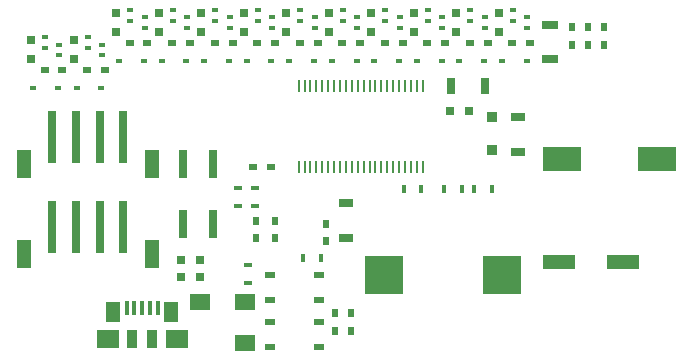
<source format=gtp>
G04 #@! TF.FileFunction,Paste,Top*
%FSLAX46Y46*%
G04 Gerber Fmt 4.6, Leading zero omitted, Abs format (unit mm)*
G04 Created by KiCad (PCBNEW 4.0.7) date 05/06/18 00:27:53*
%MOMM*%
%LPD*%
G01*
G04 APERTURE LIST*
%ADD10C,0.100000*%
%ADD11R,0.640000X0.600000*%
%ADD12R,0.600000X0.640000*%
%ADD13R,1.280000X0.800000*%
%ADD14R,3.200000X2.000000*%
%ADD15R,0.640000X0.640000*%
%ADD16R,0.480000X0.360000*%
%ADD17R,0.880000X0.880000*%
%ADD18R,0.360000X1.104000*%
%ADD19R,1.180000X1.680000*%
%ADD20R,1.900000X1.520000*%
%ADD21R,0.940000X1.520000*%
%ADD22R,0.720000X1.360000*%
%ADD23R,1.360000X0.720000*%
%ADD24R,1.680000X1.360000*%
%ADD25R,0.400000X0.720000*%
%ADD26R,0.720000X0.400000*%
%ADD27R,0.840000X0.520000*%
%ADD28R,3.200000X3.200000*%
%ADD29R,0.200000X1.000000*%
%ADD30R,0.800000X4.400000*%
%ADD31R,1.280000X2.400000*%
%ADD32R,0.480000X0.320000*%
%ADD33R,0.360000X1.200000*%
%ADD34R,2.800000X1.280000*%
%ADD35R,0.800000X2.400000*%
G04 APERTURE END LIST*
D10*
D11*
X160500000Y-68950000D03*
X162000000Y-68950000D03*
D12*
X160750000Y-73450000D03*
X160750000Y-74950000D03*
X162350000Y-73450000D03*
X162350000Y-74950000D03*
D11*
X182450000Y-58400000D03*
X183950000Y-58400000D03*
X178850000Y-58400000D03*
X180350000Y-58400000D03*
X175250000Y-58400000D03*
X176750000Y-58400000D03*
X171650000Y-58400000D03*
X173150000Y-58400000D03*
X168050000Y-58400000D03*
X169550000Y-58400000D03*
X164450000Y-58400000D03*
X165950000Y-58400000D03*
X160850000Y-58400000D03*
X162350000Y-58400000D03*
X157250000Y-58400000D03*
X158750000Y-58400000D03*
X153650000Y-58400000D03*
X155150000Y-58400000D03*
X150050000Y-58400000D03*
X151550000Y-58400000D03*
X146450000Y-60700000D03*
X147950000Y-60700000D03*
X142850000Y-60700000D03*
X144350000Y-60700000D03*
D13*
X182950000Y-64650000D03*
X182950000Y-67650000D03*
D12*
X187500000Y-57050000D03*
X187500000Y-58550000D03*
X190200000Y-58550000D03*
X190200000Y-57050000D03*
X188850000Y-58550000D03*
X188850000Y-57050000D03*
D13*
X168350000Y-71950000D03*
X168350000Y-74950000D03*
D12*
X167450000Y-82800000D03*
X167450000Y-81300000D03*
D14*
X186650000Y-68250000D03*
X194650000Y-68250000D03*
D12*
X168800000Y-81300000D03*
X168800000Y-82800000D03*
D15*
X154400000Y-78200000D03*
X156000000Y-78200000D03*
X177200000Y-64200000D03*
X178800000Y-64200000D03*
D16*
X183650000Y-59900000D03*
X181550000Y-59900000D03*
D15*
X181300000Y-55900000D03*
X181300000Y-57500000D03*
D16*
X180050000Y-59900000D03*
X177950000Y-59900000D03*
D15*
X177700000Y-55900000D03*
X177700000Y-57500000D03*
D16*
X176450000Y-59900000D03*
X174350000Y-59900000D03*
D15*
X174100000Y-55900000D03*
X174100000Y-57500000D03*
D16*
X172850000Y-59900000D03*
X170750000Y-59900000D03*
D15*
X170500000Y-55900000D03*
X170500000Y-57500000D03*
D16*
X169250000Y-59900000D03*
X167150000Y-59900000D03*
D15*
X166900000Y-55900000D03*
X166900000Y-57500000D03*
D16*
X165650000Y-59900000D03*
X163550000Y-59900000D03*
D15*
X163300000Y-55900000D03*
X163300000Y-57500000D03*
D16*
X162050000Y-59900000D03*
X159950000Y-59900000D03*
D15*
X159700000Y-55900000D03*
X159700000Y-57500000D03*
D16*
X158450000Y-59900000D03*
X156350000Y-59900000D03*
D15*
X156100000Y-55900000D03*
X156100000Y-57500000D03*
D16*
X154850000Y-59900000D03*
X152750000Y-59900000D03*
D15*
X152500000Y-55900000D03*
X152500000Y-57500000D03*
D16*
X151250000Y-59900000D03*
X149150000Y-59900000D03*
D15*
X148900000Y-55900000D03*
X148900000Y-57500000D03*
D16*
X147650000Y-62200000D03*
X145550000Y-62200000D03*
D15*
X145300000Y-58200000D03*
X145300000Y-59800000D03*
D16*
X144000000Y-62200000D03*
X141900000Y-62200000D03*
D15*
X141700000Y-58200000D03*
X141700000Y-59800000D03*
D17*
X180700000Y-64700000D03*
X180700000Y-67500000D03*
D18*
X149800000Y-80840000D03*
X150450000Y-80840000D03*
X151100000Y-80840000D03*
X151750000Y-80840000D03*
X152400000Y-80840000D03*
D19*
X148637500Y-81200000D03*
X153562500Y-81200000D03*
D20*
X148190000Y-83500000D03*
X154010000Y-83500000D03*
D21*
X150260000Y-83500000D03*
X151940000Y-83500000D03*
D22*
X180150000Y-62100000D03*
X177250000Y-62100000D03*
D23*
X185600000Y-59800000D03*
X185600000Y-56900000D03*
D24*
X159800000Y-80350000D03*
X156000000Y-80350000D03*
X159800000Y-83850000D03*
D25*
X166250000Y-76600000D03*
X164750000Y-76600000D03*
D26*
X160650000Y-72200000D03*
X160650000Y-70700000D03*
X159250000Y-72200000D03*
X159250000Y-70700000D03*
X160050000Y-78700000D03*
X160050000Y-77200000D03*
D25*
X178150000Y-70750000D03*
X176650000Y-70750000D03*
X174750000Y-70750000D03*
X173250000Y-70750000D03*
X180700000Y-70750000D03*
X179200000Y-70750000D03*
D27*
X166075000Y-84150000D03*
X161925000Y-84150000D03*
X166075000Y-82000000D03*
X161925000Y-82000000D03*
X161925000Y-78025000D03*
X166075000Y-78025000D03*
X161925000Y-80175000D03*
X166075000Y-80175000D03*
D28*
X181600000Y-78100000D03*
X171600000Y-78100000D03*
D15*
X154400000Y-76800000D03*
X156000000Y-76800000D03*
D29*
X174850000Y-68900000D03*
X174350000Y-68900000D03*
X173850000Y-68900000D03*
X173350000Y-68900000D03*
X172350000Y-68900000D03*
X171350000Y-68900000D03*
X172850000Y-68900000D03*
X171850000Y-68900000D03*
X169850000Y-68900000D03*
X168850000Y-68900000D03*
X167850000Y-68900000D03*
X167350000Y-68900000D03*
X170350000Y-68900000D03*
X169350000Y-68900000D03*
X170850000Y-68900000D03*
X168350000Y-68900000D03*
X165850000Y-68900000D03*
X164850000Y-68900000D03*
X166350000Y-68900000D03*
X165350000Y-68900000D03*
X166850000Y-68900000D03*
X164350000Y-68900000D03*
X174850000Y-62100000D03*
X174350000Y-62100000D03*
X173850000Y-62100000D03*
X173350000Y-62100000D03*
X172850000Y-62100000D03*
X172350000Y-62100000D03*
X171350000Y-62100000D03*
X170850000Y-62100000D03*
X171850000Y-62100000D03*
X170350000Y-62100000D03*
X169850000Y-62100000D03*
X168850000Y-62100000D03*
X169350000Y-62100000D03*
X168350000Y-62100000D03*
X167850000Y-62100000D03*
X166850000Y-62100000D03*
X167350000Y-62100000D03*
X166350000Y-62100000D03*
X165850000Y-62100000D03*
X164850000Y-62100000D03*
X165350000Y-62100000D03*
X164350000Y-62100000D03*
D30*
X149500000Y-66375000D03*
X147500000Y-66375000D03*
X145500000Y-66375000D03*
X143500000Y-66375000D03*
D31*
X151900000Y-68625000D03*
X141100000Y-68625000D03*
D30*
X149500000Y-74000000D03*
X147500000Y-74000000D03*
X145500000Y-74000000D03*
X143500000Y-74000000D03*
D31*
X151900000Y-76250000D03*
X141100000Y-76250000D03*
D32*
X183700000Y-56250000D03*
X183700000Y-57150000D03*
X182500000Y-55650000D03*
X182500000Y-56550000D03*
X180100000Y-56250000D03*
X180100000Y-57150000D03*
X178900000Y-55650000D03*
X178900000Y-56550000D03*
X176500000Y-56250000D03*
X176500000Y-57150000D03*
X175300000Y-55650000D03*
X175300000Y-56550000D03*
X172900000Y-56250000D03*
X172900000Y-57150000D03*
X171700000Y-55650000D03*
X171700000Y-56550000D03*
X169300000Y-56250000D03*
X169300000Y-57150000D03*
X168100000Y-55650000D03*
X168100000Y-56550000D03*
X165700000Y-56250000D03*
X165700000Y-57150000D03*
X164500000Y-55650000D03*
X164500000Y-56550000D03*
X162100000Y-56250000D03*
X162100000Y-57150000D03*
X160900000Y-55650000D03*
X160900000Y-56550000D03*
X158500000Y-56250000D03*
X158500000Y-57150000D03*
X157300000Y-55650000D03*
X157300000Y-56550000D03*
X154900000Y-56250000D03*
X154900000Y-57150000D03*
X153700000Y-55650000D03*
X153700000Y-56550000D03*
X151300000Y-56250000D03*
X151300000Y-57150000D03*
X150100000Y-55650000D03*
X150100000Y-56550000D03*
X147700000Y-58550000D03*
X147700000Y-59450000D03*
X146500000Y-57950000D03*
X146500000Y-58850000D03*
X144100000Y-58550000D03*
X144100000Y-59450000D03*
X142900000Y-57950000D03*
X142900000Y-58850000D03*
D33*
X151100000Y-80850000D03*
X151750000Y-80850000D03*
X150450000Y-80850000D03*
X152400000Y-80850000D03*
X149800000Y-80850000D03*
D34*
X186400000Y-77000000D03*
X191800000Y-77000000D03*
D35*
X157070000Y-73720000D03*
X157070000Y-68680000D03*
X154530000Y-73720000D03*
X154530000Y-68680000D03*
D12*
X166650000Y-75200000D03*
X166650000Y-73700000D03*
M02*

</source>
